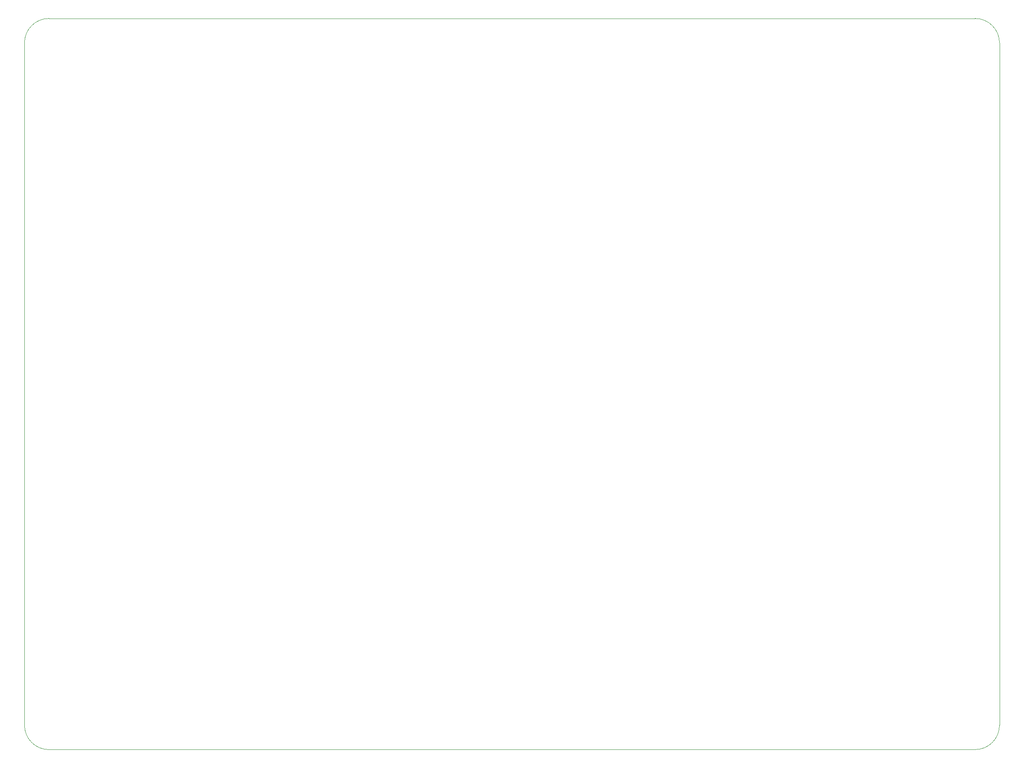
<source format=gbr>
%TF.GenerationSoftware,KiCad,Pcbnew,8.0.1-8.0.1-1~ubuntu22.04.1*%
%TF.CreationDate,2024-04-05T09:56:01+02:00*%
%TF.ProjectId,Sequencer,53657175-656e-4636-9572-2e6b69636164,rev?*%
%TF.SameCoordinates,Original*%
%TF.FileFunction,Profile,NP*%
%FSLAX46Y46*%
G04 Gerber Fmt 4.6, Leading zero omitted, Abs format (unit mm)*
G04 Created by KiCad (PCBNEW 8.0.1-8.0.1-1~ubuntu22.04.1) date 2024-04-05 09:56:01*
%MOMM*%
%LPD*%
G01*
G04 APERTURE LIST*
%TA.AperFunction,Profile*%
%ADD10C,0.050000*%
%TD*%
G04 APERTURE END LIST*
D10*
X300000000Y-55000000D02*
X300000000Y-195000000D01*
X100000000Y-195000000D02*
X100000000Y-55000000D01*
X300000000Y-195000000D02*
G75*
G02*
X295000000Y-200000000I-5000000J0D01*
G01*
X295000000Y-50000000D02*
G75*
G02*
X300000000Y-55000000I0J-5000000D01*
G01*
X295000000Y-200000000D02*
X105000000Y-200000000D01*
X105000000Y-200000000D02*
G75*
G02*
X100000000Y-195000000I0J5000000D01*
G01*
X100000000Y-55000000D02*
G75*
G02*
X105000000Y-50000000I5000000J0D01*
G01*
X105000000Y-50000000D02*
X295000000Y-50000000D01*
M02*

</source>
